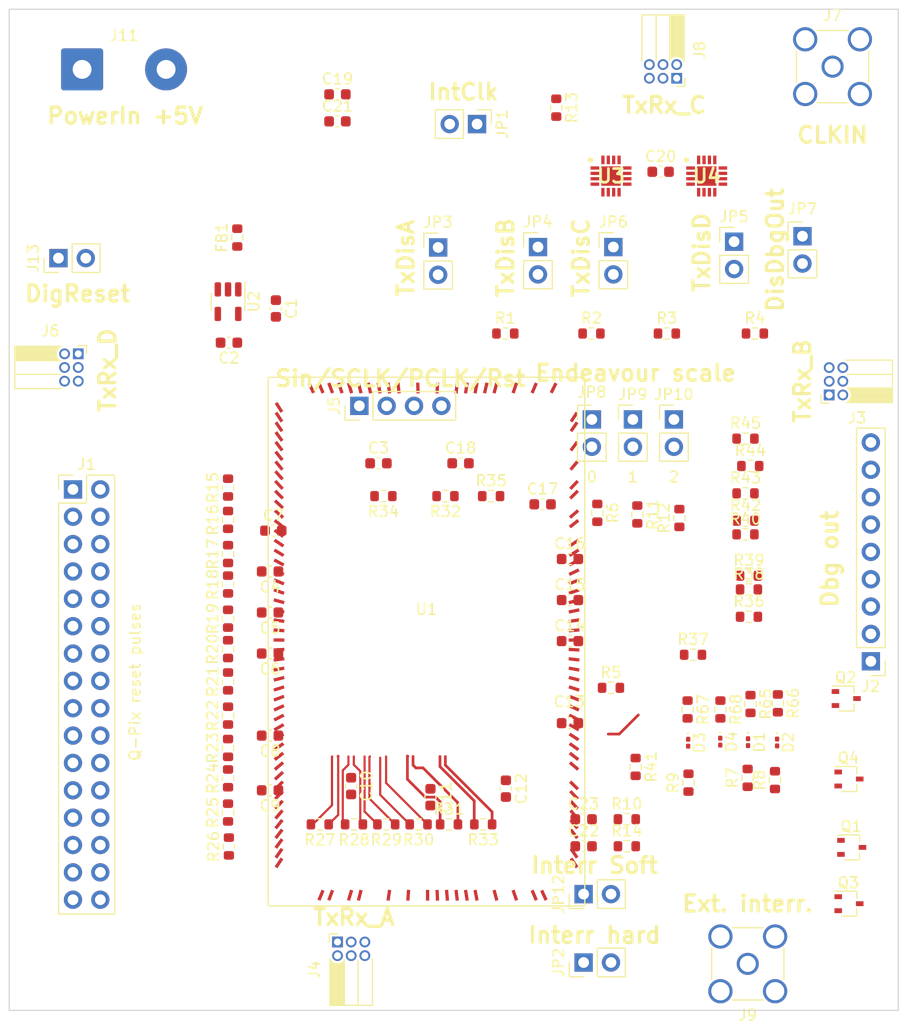
<source format=kicad_pcb>
(kicad_pcb (version 20211014) (generator pcbnew)
  (layers (0 "F.Cu" signal) (31 "B.Cu" signal) (34 "B.Paste" user) (35 "F.Paste" user) (36 "B.SilkS" user "B.Silkscreen") (37 "F.SilkS" user "F.Silkscreen") (38 "B.Mask" user) (39 "F.Mask" user) (44 "Edge.Cuts" user))
  (net 0 "")
  (net 1 "+5V")
  (net 2 "GND")
  (net 3 "VDD")
  (net 4 "Net-(C2-Pad2)")
  (net 5 "Net-(D1-Pad2)")
  (net 6 "Net-(D2-Pad2)")
  (net 7 "Net-(D3-Pad2)")
  (net 8 "Net-(D4-Pad2)")
  (net 9 "Net-(FB1-Pad2)")
  (net 10 "Reset15_N")
  (net 11 "Reset15_P")
  (net 12 "Reset14_N")
  (net 13 "Reset14_P")
  (net 14 "Reset13_N")
  (net 15 "Reset13_P")
  (net 16 "Reset12_N")
  (net 17 "Reset12_P")
  (net 18 "Reset11_N")
  (net 19 "Reset11_P")
  (net 20 "Reset10_N")
  (net 21 "Reset10_P")
  (net 22 "Reset9_N")
  (net 23 "Reset9_P")
  (net 24 "Reset8_N")
  (net 25 "Reset8_P")
  (net 26 "Reset7_N")
  (net 27 "Reset7_P")
  (net 28 "Reset6_N")
  (net 29 "Reset6_P")
  (net 30 "Reset5_N")
  (net 31 "Reset5_P")
  (net 32 "Reset4_N")
  (net 33 "Reset4_P")
  (net 34 "Reset3_N")
  (net 35 "Reset3_P")
  (net 36 "Reset2_N")
  (net 37 "Reset2_P")
  (net 38 "Reset1_N")
  (net 39 "Reset1_P")
  (net 40 "Reset0_P")
  (net 41 "dbgTxBusy")
  (net 42 "dbgRxError")
  (net 43 "dbgRxBusy")
  (net 44 "dbgLocFifoFull")
  (net 45 "dbgFsmState_2")
  (net 46 "dbgFsmState_1")
  (net 47 "dbgDsmState_0")
  (net 48 "dbgExtFifoFull")
  (net 49 "/Sin")
  (net 50 "/SCLK")
  (net 51 "/PCLK")
  (net 52 "extInterHard")
  (net 53 "extInterSoft")
  (net 54 "TxRxDisable_0")
  (net 55 "TxRxDisable_1")
  (net 56 "TxRxDisable_2")
  (net 57 "TxRxDisable_3")
  (net 58 "disableDbgOut")
  (net 59 "EndeavorScale_0")
  (net 60 "EndeavorScale_1")
  (net 61 "EndeavorScale_2")
  (net 62 "dbgClkDiv")
  (net 63 "dbgDataValid")
  (net 64 "dbgRxValid")
  (net 65 "dbgInterr")
  (net 66 "Reset0_N")
  (net 67 "/SR_reset")
  (net 68 "Net-(J13-Pad1)")
  (net 69 "Net-(R36-Pad1)")
  (net 70 "Net-(R37-Pad1)")
  (net 71 "Net-(R38-Pad1)")
  (net 72 "Net-(R39-Pad1)")
  (net 73 "Net-(R40-Pad1)")
  (net 74 "Net-(R41-Pad1)")
  (net 75 "Net-(R42-Pad1)")
  (net 76 "Net-(R43-Pad1)")
  (net 77 "Net-(R44-Pad1)")
  (net 78 "Net-(R45-Pad1)")
  (net 79 "Net-(D1-Pad1)")
  (net 80 "Net-(D2-Pad1)")
  (net 81 "Net-(D3-Pad1)")
  (net 82 "Net-(D4-Pad1)")
  (net 83 "Net-(C2-Pad1)")
  (net 86 "Net-(C21-Pad1)")
  (net 87 "CLKOUTP")
  (net 88 "CLKOUTN")
  (net 89 "CLKDIGIINP")
  (net 90 "CLKDIGIINN")
  (net 91 "Net-(C22-Pad1)")
  (net 92 "Net-(U3-Pad15)")
  (net 93 "Net-(U3-Pad16)")
  (net 94 "Net-(C23-Pad1)")
  (net 97 "Net-(J9-Pad1)")
  (net 98 "Net-(J7-Pad1)")
  (net 99 "Net-(JP1-Pad1)")
  (net 100 "Net-(R31-Pad1)")
  (net 101 "Net-(R31-Pad2)")
  (net 102 "Net-(U1-Pad53)")
  (net 103 "Net-(U1-Pad54)")
  (net 104 "Net-(R32-Pad1)")
  (net 105 "Net-(U1-Pad106)")
  (net 106 "Net-(U1-Pad107)")
  (net 107 "Net-(R32-Pad2)")
  (net 108 "Net-(R33-Pad2)")
  (net 109 "Net-(U1-Pad62)")
  (net 110 "Net-(U1-Pad61)")
  (net 111 "Net-(R33-Pad1)")
  (net 112 "Net-(R35-Pad2)")
  (net 113 "Net-(U1-Pad101)")
  (net 114 "Net-(U1-Pad102)")
  (net 115 "Net-(R35-Pad1)")
  (footprint "Resistor_SMD:R_0603_1608Metric" (layer "F.Cu") (at 164.065 91.69)
    (fp_text reference "R44")
    (fp_text value "22")
  )
  (footprint "Resistor_SMD:R_0603_1608Metric" (layer "F.Cu") (at 152.6 127)
    (fp_text reference "R14")
    (fp_text value "R_Small_US")
  )
  (footprint "Capacitor_SMD:C_0603_1608Metric" (layer "F.Cu") (at 119.471 105.295 180)
    (fp_text reference "C5")
    (fp_text value "C")
  )
  (footprint "Resistor_SMD:R_0603_1608Metric" (layer "F.Cu") (at 115.648 127.023 90)
    (fp_text reference "R26")
    (fp_text value "100")
  )
  (footprint "Connector_PinHeader_2.54mm:PinHeader_1x02_P2.54mm_Vertical" (layer "F.Cu") (at 135.08 71.395)
    (fp_text reference "JP3")
    (fp_text value " ")
  )
  (footprint "Connector_PinHeader_2.54mm:PinHeader_1x02_P2.54mm_Vertical" (layer "F.Cu") (at 162.56 70.861)
    (fp_text reference "JP5")
    (fp_text value " ")
  )
  (footprint "Connector_PinHeader_2.54mm:PinHeader_1x09_P2.54mm_Vertical" (layer "F.Cu") (at 175.26 109.825 180)
    (fp_text reference "J2")
    (fp_text value "Conn_01x09")
  )
  (footprint "Capacitor_SMD:C_0603_1608Metric" (layer "F.Cu") (at 147.32 100.33)
    (fp_text reference "C16")
    (fp_text value "C")
  )
  (footprint "Connector_Coaxial:SMA_Amphenol_901-144_Vertical" (layer "F.Cu") (at 163.83 137.922 180)
    (fp_text reference "J9")
    (fp_text value "Conn_Coaxial_Power")
  )
  (footprint "qpix-digi-pcb:qpix_digi_footprint" (layer "F.Cu") (at 134 108)
    (fp_text reference "U1")
    (fp_text value "qpix_digital")
  )
  (footprint "Capacitor_SMD:C_0603_1608Metric" (layer "F.Cu") (at 119.471 101.485 180)
    (fp_text reference "C4")
    (fp_text value "C")
  )
  (footprint "Capacitor_SMD:C_0603_1608Metric" (layer "F.Cu") (at 144.78 95.25)
    (fp_text reference "C17")
    (fp_text value "C")
  )
  (footprint "Capacitor_SMD:C_0603_1608Metric" (layer "F.Cu") (at 141.37 121.654 -90)
    (fp_text reference "C12")
    (fp_text value "C")
  )
  (footprint "Resistor_SMD:R_0603_1608Metric" (layer "F.Cu") (at 163.62 94.23)
    (fp_text reference "R43")
    (fp_text value "22")
  )
  (footprint "Resistor_SMD:R_0603_1608Metric" (layer "F.Cu") (at 115.57 96.695 90)
    (fp_text reference "R16")
    (fp_text value "100")
  )
  (footprint "Capacitor_SMD:C_0603_1608Metric" (layer "F.Cu") (at 129.54 91.44)
    (fp_text reference "C3")
    (fp_text value "C")
  )
  (footprint "Connector_PinHeader_2.54mm:PinHeader_1x02_P2.54mm_Vertical" (layer "F.Cu") (at 153.162 87.371)
    (fp_text reference "JP9")
    (fp_text value " ")
  )
  (footprint "Resistor_SMD:R_0603_1608Metric" (layer "F.Cu") (at 139.265 124.968 180)
    (fp_text reference "R33")
    (fp_text value "100")
  )
  (footprint "Resistor_SMD:R_0603_1608Metric" (layer "F.Cu") (at 163.62 89.15)
    (fp_text reference "R45")
    (fp_text value "22")
  )
  (footprint "Capacitor_SMD:C_0603_1608Metric" (layer "F.Cu") (at 137.16 91.44)
    (fp_text reference "C18")
    (fp_text value "C")
  )
  (footprint "Capacitor_SMD:C_0603_1608Metric" (layer "F.Cu") (at 148.59 124.49)
    (fp_text reference "C23")
    (fp_text value "C")
  )
  (footprint "Package_TO_SOT_SMD:SOT-323_SC-70" (layer "F.Cu") (at 173.228 120.756)
    (fp_text reference "Q4")
    (fp_text value "Q_NMOS_GSD")
  )
  (footprint "Resistor_SMD:R_0603_1608Metric" (layer "F.Cu") (at 166.3575 120.857742 90)
    (fp_text reference "R8")
    (fp_text value "R_US")
  )
  (footprint "Resistor_SMD:R_0603_1608Metric" (layer "F.Cu") (at 141.32 79.39)
    (fp_text reference "R1")
    (fp_text value "R_US")
  )
  (footprint "Connector_PinHeader_2.54mm:PinHeader_1x02_P2.54mm_Vertical" (layer "F.Cu") (at 151.35 71.36)
    (fp_text reference "JP6")
    (fp_text value " ")
  )
  (footprint "Resistor_SMD:R_0603_1608Metric" (layer "F.Cu") (at 115.57 108.695 90)
    (fp_text reference "R20")
    (fp_text value "100")
  )
  (footprint "Capacitor_SMD:C_0603_1608Metric" (layer "F.Cu") (at 155.74 64.37)
    (fp_text reference "C20")
    (fp_text value "C")
  )
  (footprint "Capacitor_SMD:C_0603_1608Metric" (layer "F.Cu") (at 127 121.412 -90)
    (fp_text reference "C10")
    (fp_text value "C")
  )
  (footprint "Resistor_SMD:R_0603_1608Metric" (layer "F.Cu") (at 115.57 111.695 90)
    (fp_text reference "R21")
    (fp_text value "100")
  )
  (footprint "Resistor_SMD:R_0603_1608Metric" (layer "F.Cu") (at 163.940968 101.88)
    (fp_text reference "R39")
    (fp_text value "22")
  )
  (footprint "9DMV0141AKILF:QFN50P300X300X100-17N" (layer "F.Cu") (at 160.02 64.77)
    (fp_text reference "U4")
    (fp_text value "DS90C401M_NOPB" hide)
  )
  (footprint "Resistor_SMD:R_0603_1608Metric" (layer "F.Cu") (at 136.09 124.968)
    (fp_text reference "R31")
    (fp_text value "100")
  )
  (footprint "Capacitor_SMD:C_0603_1608Metric" (layer "F.Cu") (at 120.015 77.066 -90)
    (fp_text reference "C1")
    (fp_text value "C")
  )
  (footprint "Resistor_SMD:R_0603_1608Metric" (layer "F.Cu") (at 157.48 96.52 90)
    (fp_text reference "R12")
    (fp_text value "R_US")
  )
  (footprint "Connector_PinHeader_2.54mm:PinHeader_1x02_P2.54mm_Vertical" (layer "F.Cu") (at 148.59 131.445 90)
    (fp_text reference "JP12")
    (fp_text value " ")
  )
  (footprint "Resistor_SMD:R_0603_1608Metric" (layer "F.Cu") (at 115.57 117.87 90)
    (fp_text reference "R23")
    (fp_text value "100")
  )
  (footprint "Resistor_SMD:R_0603_1608Metric" (layer "F.Cu") (at 164.495 79.39)
    (fp_text reference "R4")
    (fp_text value "R_US")
  )
  (footprint "Resistor_SMD:R_0603_1608Metric" (layer "F.Cu") (at 115.57 120.695 90)
    (fp_text reference "R24")
    (fp_text value "100")
  )
  (footprint "Connector_PinSocket_1.27mm:PinSocket_2x03_P1.27mm_Horizontal" (layer "F.Cu") (at 125.735 135.89 90)
    (fp_text reference "J4")
    (fp_text value "Conn_02x03")
  )
  (footprint "Connector_Coaxial:SMA_Amphenol_901-144_Vertical" (layer "F.Cu") (at 171.704 54.61)
    (fp_text reference "J7")
    (fp_text value "Conn_Coaxial")
  )
  (footprint "Connector_PinHeader_2.54mm:PinHeader_1x04_P2.54mm_Vertical" (layer "F.Cu") (at 127.762 86.106 90)
    (fp_text reference "J5")
    (fp_text value "SPI")
  )
  (footprint "Resistor_SMD:R_0603_1608Metric" (layer "F.Cu") (at 163.8175 120.65 90)
    (fp_text reference "R7")
    (fp_text value "R_US")
  )
  (footprint "Resistor_SMD:R_0603_1608Metric" (layer "F.Cu") (at 163.940968 105.69)
    (fp_text reference "R36")
    (fp_text value "22")
  )
  (footprint "Resistor_SMD:R_0603_1608Metric" (layer "F.Cu") (at 149.86 96.040968 -90)
    (fp_text reference "R6")
    (fp_text value " ")
  )
  (footprint "Resistor_SMD:R_0603_1608Metric" (layer "F.Cu") (at 133.265 124.968 180)
    (fp_text reference "R30")
    (fp_text value "100")
  )
  (footprint "Connector_PinHeader_2.54mm:PinHeader_1x02_P2.54mm_Vertical" (layer "F.Cu") (at 148.59 137.795 90)
    (fp_text reference "JP2")
    (fp_text value " ")
  )
  (footprint "LED_SMD:LED_0201_0603Metric" (layer "F.Cu") (at 163.8575 117.335 -90)
    (fp_text reference "D1")
    (fp_text value "LED")
  )
  (footprint "Connector_PinSocket_1.27mm:PinSocket_2x03_P1.27mm_Horizontal" (layer "F.Cu") (at 171.39 85.095 180)
    (fp_text reference "J3")
    (fp_text value "Conn_02x03")
  )
  (footprint "LED_SMD:LED_0201_0603Metric" (layer "F.Cu") (at 158.2975 117.385 -90)
    (fp_text reference "D3")
    (fp_text value "LED")
  )
  (footprint "Connector_PinHeader_2.54mm:PinHeader_1x02_P2.54mm_Vertical" (layer "F.Cu") (at 168.91 70.353)
    (fp_text reference "JP7")
    (fp_text value " ")
  )
  (footprint "Resistor_SMD:R_0603_1608Metric" (layer "F.Cu") (at 127.265 124.968 180)
    (fp_text reference "R28")
    (fp_text value "100")
  )
  (footprint "Capacitor_SMD:C_0603_1608Metric" (layer "F.Cu") (at 119.471 116.725 180)
    (fp_text reference "C8")
    (fp_text value "C")
  )
  (footprint "9DMV0141AKILF:QFN50P300X300X100-17N" (layer "F.Cu") (at 151.13 64.77)
    (fp_text reference "U3")
    (fp_text value "9DMV0141AKILF" hide)
  )
  (footprint "Resistor_SMD:R_0603_1608Metric" (layer "F.Cu") (at 151.13 112.285)
    (fp_text reference "R5")
    (fp_text value "R_US")
  )
  (footprint "Connector_PinHeader_2.54mm:PinHeader_1x02_P2.54mm_Vertical" (layer "F.Cu") (at 99.822 72.39 90)
    (fp_text reference "J13")
    (fp_text value "DigReset")
  )
  (footprint "Resistor_SMD:R_0603_1608Metric" (layer "F.Cu") (at 115.57 99.87 90)
    (fp_text reference "R17")
    (fp_text value "100")
  )
  (footprint "Resistor_SMD:R_0603_1608Metric" (layer "F.Cu") (at 146.05 58.42 -90)
    (fp_text reference "R13")
    (fp_text value "R_Small_US")
  )
  (footprint "Connector_PinHeader_2.54mm:PinHeader_1x02_P2.54mm_Vertical" (layer "F.Cu") (at 156.972 87.371)
    (fp_text reference "JP10")
    (fp_text value " ")
  )
  (footprint "Resistor_SMD:R_0603_1608Metric" (layer "F.Cu") (at 135.762742 94.488 180)
    (fp_text reference "R32")
    (fp_text value "100")
  )
  (footprint "Package_TO_SOT_SMD:SOT-323_SC-70" (layer "F.Cu") (at 172.974 113.284)
    (fp_text reference "Q2")
    (fp_text value "Q_NMOS_GSD")
  )
  (footprint "Resistor_SMD:R_0603_1608Metric" (layer "F.Cu") (at 163.62 98.04)
    (fp_text reference "R40")
    (fp_text value "22")
  )
  (footprint "Resistor_SMD:R_0603_1608Metric" (layer "F.Cu") (at 161.29 114.3 -90)
    (fp_text reference "R68")
    (fp_text value "220")
  )
  (footprint "Resistor_SMD:R_0603_1608Metric" (layer "F.Cu") (at 130 94.488 180)
    (fp_text reference "R34")
    (fp_text value "R_Small_US")
  )
  (footprint "Resistor_SMD:R_0603_1608Metric" (layer "F.Cu") (at 163.62 96.77)
    (fp_text reference "R42")
    (fp_text value "22")
  )
  (footprint "Resistor_SMD:R_0603_1608Metric" (layer "F.Cu") (at 115.57 123.87 90)
    (fp_text reference "R25")
    (fp_text value "100")
  )
  (footprint "Package_TO_SOT_SMD:SOT-23-5" (layer "F.Cu") (at 115.57 76.431 -90)
    (fp_text reference "U2")
    (fp_text value "TPS73101DBV")
  )
  (footprint "Capacitor_SMD:C_0603_1608Metric" (layer "F.Cu") (at 125.73 57.18)
    (fp_text reference "C19")
    (fp_text value "C")
  )
  (footprint "Capacitor_SMD:C_0603_1608Metric" (layer "F.Cu") (at 147.32 115.57)
    (fp_text reference "C13")
    (fp_text value "C")
  )
  (footprint "Resistor_SMD:R_0603_1608Metric" (layer "F.Cu") (at 115.57 114.87 90)
    (fp_text reference "R22")
    (fp_text value "100")
  )
  (footprint "Connector_PinHeader_2.54mm:PinHeader_2x16_P2.54mm_Vertical" (layer "F.Cu") (at 101.17 93.865)
    (fp_text reference "J1")
    (fp_text value "Conn_01x32")
  )
  (footprint "Connector_PinSocket_1.27mm:PinSocket_2x03_P1.27mm_Horizontal" (layer "F.Cu") (at 157.231 55.686 -90)
    (fp_text reference "J8")
    (fp_text value "Conn_02x03")
  )
  (footprint "Connector_PinHeader_2.54mm:PinHeader_1x02_P2.54mm_Vertical" (layer "F.Cu") (at 144.35 71.36)
    (fp_text reference "JP4")
    (fp_text value " ")
  )
  (footprint "Capacitor_SMD:C_0603_1608Metric" (layer "F.Cu") (at 148.59 127)
    (fp_text reference "C22")
    (fp_text value "C")
  )
  (footprint "Capacitor_SMD:C_0603_1608Metric" (layer "F.Cu") (at 115.655 80.241 180)
    (fp_text reference "C2")
    (fp_text value "C")
  )
  (footprint "Resistor_SMD:R_0603_1608Metric" (layer "F.Cu") (at 130.265 124.968 180)
    (fp_text reference "R29")
    (fp_text value "100")
  )
  (footprint "LED_SMD:LED_0201_0603Metric" (layer "F.Cu") (at 161.2775 117.285 -90)
    (fp_text reference "D4")
    (fp_text value "LED")
  )
  (footprint "Resistor_SMD:R_0603_1608Metric" (layer "F.Cu") (at 115.57 93.695 90)
    (fp_text reference "R15")
    (fp_text value "100")
  )
  (footprint "Capacitor_SMD:C_0603_1608Metric" (layer "F.Cu") (at 119.776 97.695)
    (fp_text reference "C7")
    (fp_text value "C")
  )
  (footprint "Resistor_SMD:R_0603_1608Metric" (layer "F.Cu") (at 164.084 113.792 -90)
    (fp_text reference "R65")
    (fp_text value "220")
  )
  (footprint "Connector_Wire:SolderWire-1sqmm_1x02_P7.8mm_D1.4mm_OD3.9mm" (layer "F.Cu") (at 102.018 54.864)
    (fp_text reference "J11")
    (fp_text value "Conn_Coaxial_Power")
  )
  (footprint "Resistor_SMD:R_0603_1608Metric" (layer "F.Cu") (at 158.75 109.22)
    (fp_text reference "R37")
    (fp_text value "22")
  )
  (footprint "Package_TO_SOT_SMD:SOT-323_SC-70" (layer "F.Cu") (at 173.228 132.334)
    (fp_text reference "Q3")
    (fp_text value "Q_NMOS_GSD")
  )
  (footprint "Capacitor_SMD:C_0603_1608Metric" (layer "F.Cu") (at 119.471 121.805 180)
    (fp_text reference "C9")
    (fp_text value "C")
  )
  (footprint "LED_SMD:LED_0201_0603Metric" (layer "F.Cu") (at 166.5575 117.365 -90)
    (fp_text reference "D2")
    (fp_text value "LED")
  )
  (footprint "Connector_PinSocket_1.27mm:PinSocket_2x03_P1.27mm_Horizontal" (layer "F.Cu") (at 101.66 81.275)
    (fp_text reference "J6")
    (fp_text value "Conn_02x03")
  )
  (footprint "Resistor_SMD:R_0603_1608Metric" (layer "F.Cu") (at 149.32 79.39)
    (fp_text reference "R2")
    (fp_text value "R_US")
  )
  (footprint "Resistor_SMD:R_0603_1608Metric" (layer "F.Cu") (at 153.575 96.19 -90)
    (fp_text reference "R11")
    (fp_text value "R_US")
  )
  (footprint "Capacitor_SMD:C_0603_1608Metric" (layer "F.Cu") (at 119.471 109.105 180)
    (fp_text reference "C6")
    (fp_text value "C")
  )
  (footprint "Connector_PinHeader_2.54mm:PinHeader_1x02_P2.54mm_Vertical" (layer "F.Cu") (at 149.352 87.371)
    (fp_text reference "JP8")
    (fp_text value " ")
  )
  (footprint "Resistor_SMD:R_0603_1608Metric" (layer "F.Cu") (at 116.4275 70.481 90)
    (fp_text reference "FB1")
    (fp_text value "FerriteBead")
  )
  (footprint "Resistor_SMD:R_0603_1608Metric" (layer "F.Cu") (at 152.6 124.49)
    (fp_text reference "R10")
    (fp_text value "R_Small_US")
  )
  (footprint "Capacitor_SMD:C_0603_1608Metric" (layer "F.Cu") (at 147.32 104.14)
    (fp_text reference "C15")
    (fp_text value "C")
  )
  (footprint "Resistor_SMD:R_0603_1608Metric" (layer "F.Cu") (at 158.325 121.095 90)
    (fp_text reference "R9")
    (fp_text value "1")
  )
  (footprint "Package_TO_SOT_SMD:SOT-323_SC-70" (layer "F.Cu") (at 173.482 127.106)
    (fp_text reference "Q1")
    (fp_text value "Q_NMOS_GSD")
  )
  (footprint "Resistor_SMD:R_0603_1608Metric" (layer "F.Cu") (at 115.57 105.87 90)
    (fp_text reference "R19")
    (fp_text value "100")
  )
  (footprint "Capacitor_SMD:C_0603_1608Metric" (layer "F.Cu") (at 147.32 107.95)
    (fp_text reference "C14")
    (fp_text value "C")
  )
  (footprint "Resistor_SMD:R_0603_1608Metric" (layer "F.Cu") (at 115.57 102.695 90)
    (fp_text reference "R18")
    (fp_text value "100")
  )
  (footprint "Resistor_SMD:R_0603_1608Metric" (layer "F.Cu") (at 153.416 119.634 -90)
    (fp_text reference "R41")
    (fp_text value "22")
  )
  (footprint "Connector_PinHeader_2.54mm:PinHeader_1x02_P2.54mm_Vertical" (layer "F.Cu") (at 138.694 59.944 -90)
    (fp_text reference "JP1")
    (fp_text value "Jumper_2_Open")
  )
  (footprint "Resistor_SMD:R_0603_1608Metric" (layer "F.Cu") (at 166.624 113.729 -90)
    (fp_text reference "R66")
    (fp_text value "220")
  )
  (footprint "Resistor_SMD:R_0603_1608Metric" (layer "F.Cu") (at 124.09 124.968 180)
    (fp_text reference "R27")
    (fp_text value "100")
  )
  (footprint "Resistor_SMD:R_0603_1608Metric" (layer "F.Cu") (at 158.242 114.3 -90)
    (fp_text reference "R67")
    (fp_text value "220")
  )
  (footprint "Resistor_SMD:R_0603_1608Metric" (layer "F.Cu") (at 156.32 79.39)
    (fp_text reference "R3")
    (fp_text value "R_US")
  )
  (footprint "Resistor_SMD:R_0603_1608Metric" (layer "F.Cu") (at 163.940968 103.15)
    (fp_text reference "R38")
    (fp_text value "22")
  )
  (footprint "Capacitor_SMD:C_0603_1608Metric" (layer "F.Cu") (at 125.73 59.69)
    (fp_text reference "C21")
    (fp_text value "C")
  )
  (footprint "Capacitor_SMD:C_0603_1608Metric" (layer "F.Cu") (at 134.366 122.441 -90)
    (fp_text reference "C11")
    (fp_text value "C")
  )
  (footprint "Resistor_SMD:R_0603_1608Metric" (layer "F.Cu") (at 140 94.488)
    (fp_text reference "R35")
    (fp_text value "100")
  )
  (gr_line (start 177.8 49.276) (end 177.8 142.24) (layer "Edge.Cuts") (width 0.1))
  (gr_line (start 177.8 142.24) (end 95.25 142.24) (layer "Edge.Cuts") (width 0.1))
  (gr_line (start 95.25 49.276) (end 177.8 49.276) (layer "Edge.Cuts") (width 0.1))
  (gr_line (start 95.25 142.24) (end 95.25 49.276) (layer "Edge.Cuts") (width 0.1))
  (gr_text "Dbg out" (at 171.45 100.33 90) (layer "F.SilkS") (effects (font (size 1.5 1.5) (thickness 0.3))))
  (gr_text "Ext. interr." (at 163.83 132.334) (layer "F.SilkS") (effects (font (size 1.5 1.5) (thickness 0.3))))
  (gr_text "TxRx_B" (at 168.91 83.82 90) (layer "F.SilkS") (effects (font (size 1.5 1.5) (thickness 0.3))))
  (gr_text "TxDisB\n" (at 141.35 72.36 90) (layer "F.SilkS") (effects (font (size 1.5 1.5) (thickness 0.3))))
  (gr_text "TxRx_D" (at 104.394 82.804 90) (layer "F.SilkS") (effects (font (size 1.5 1.5) (thickness 0.3))))
  (gr_text "TxRx_A" (at 127.254 133.604) (layer "F.SilkS") (effects (font (size 1.5 1.5) (thickness 0.3))))
  (gr_text "Endeavour scale" (at 153.416 83.053) (layer "F.SilkS") (effects (font (size 1.5 1.5) (thickness 0.3))))
  (gr_text "Interr Soft" (at 149.606 128.778) (layer "F.SilkS") (effects (font (size 1.5 1.5) (thickness 0.3))))
  (gr_text "TxDisA" (at 132.08 72.395 90) (layer "F.SilkS") (effects (font (size 1.5 1.5) (thickness 0.3))))
  (gr_text "Q-Pix reset pulses" (at 106.934 111.76 90) (layer "F.SilkS") (effects (font (size 1 1))))
  (gr_text "CLKIN\n" (at 171.704 60.96) (layer "F.SilkS") (effects (font (size 1.5 1.5) (thickness 0.3))))
  (gr_text "IntClk" (at 137.419 56.96) (layer "F.SilkS") (effects (font (size 1.5 1.5) (thickness 0.3))))
  (gr_text "0" (at 149.352 92.71) (layer "F.SilkS") (effects (font (size 1 1))))
  (gr_text "PowerIn +5V" (at 106.008 59.182) (layer "F.SilkS") (effects (font (size 1.5 1.5) (thickness 0.3))))
  (gr_text "DisDbgOut" (at 166.37 71.623 90) (layer "F.SilkS") (effects (font (size 1.5 1.5) (thickness 0.3))))
  (gr_text "Interr hard" (at 149.606 135.255) (layer "F.SilkS") (effects (font (size 1.5 1.5) (thickness 0.3))))
  (gr_text "DigReset" (at 101.6 75.692) (layer "F.SilkS") (effects (font (size 1.5 1.5) (thickness 0.3))))
  (gr_text "Sin/SCLK/PCLK/Rst" (at 131.572 83.566) (layer "F.SilkS") (effects (font (size 1.5 1.5) (thickness 0.3))))
  (gr_text "TxRx_C" (at 156.049 58.182897) (layer "F.SilkS") (effects (font (size 1.5 1.5) (thickness 0.3))))
  (gr_text "TxDisC" (at 148.35 72.36 90) (layer "F.SilkS") (effects (font (size 1.5 1.5) (thickness 0.3))))
  (gr_text "TxDisD" (at 159.56 71.861 90) (layer "F.SilkS") (effects (font (size 1.5 1.5) (thickness 0.3))))
  (gr_text "1" (at 153.162 92.71) (layer "F.SilkS") (effects (font (size 1 1))))
  (gr_text "2" (at 156.972 92.71) (layer "F.SilkS") (effects (font (size 1 1))))
  (segment (start 150.876 116.586) (end 151.892 116.586) (width 0.25) (layer "F.Cu") (net 0))
  (segment (start 151.892 116.586) (end 153.67 114.808) (width 0.25) (layer "F.Cu") (net 0))
  (segment (start 114.554 75.2275) (end 114.62 75.2935) (width 0.4) (layer "F.Cu") (net 1))
  (segment (start 116.4275 75.201) (end 116.52 75.2935) (width 0.4) (layer "F.Cu") (net 1))
  (segment (start 114.62 79.981) (end 114.88 80.241) (width 0.4) (layer "F.Cu") (net 4))
  (segment (start 116.525 69.5585) (end 116.4275 69.656) (width 0.4) (layer "F.Cu") (net 9))
  (segment (start 125.8 118.618) (end 125.7945 118.618) (width 0.2) (layer "F.Cu") (net 34))
  (segment (start 124.915 124.968) (end 125.8 124.083) (width 0.2) (layer "F.Cu") (net 34))
  (segment (start 125.8 124.083) (end 125.8 118.618) (width 0.2) (layer "F.Cu") (net 34))
  (segment (start 125.7945 118.618) (end 125.75 118.6625) (width 0.2) (layer "F.Cu") (net 34))
  (segment (start 123.265 124.968) (end 123.444 124.968) (width 0.2) (layer "F.Cu") (net 35))
  (segment (start 125.222 123.19) (end 125.222 118.6905) (width 0.2) (layer "F.Cu") (net 35))
  (segment (start 123.444 124.968) (end 125.222 123.19) (width 0.2) (layer "F.Cu") (net 35))
  (segment (start 125.222 118.6905) (end 125.25 118.6625) (width 0.2) (layer "F.Cu") (net 35))
  (segment (start 127.25 119.43033) (end 127.25 118.6625) (width 0.2) (layer "F.Cu") (net 36))
  (segment (start 127.85 120.03033) (end 127.25 119.43033) (width 0.2) (layer "F.Cu") (net 36))
  (segment (start 128.09 124.968) (end 127.85 124.728) (width 0.2) (layer "F.Cu") (net 36))
  (segment (start 127.85 124.728) (end 127.85 120.03033) (width 0.2) (layer "F.Cu") (net 36))
  (segment (start 126.75 119.43033) (end 126.75 118.6625) (width 0.2) (layer "F.Cu") (net 37))
  (segment (start 126.44 124.968) (end 126.225 124.753) (width 0.2) (layer "F.Cu") (net 37))
  (segment (start 126.225 119.95533) (end 126.75 119.43033) (width 0.2) (layer "F.Cu") (net 37))
  (segment (start 126.225 124.753) (end 126.225 119.95533) (width 0.2) (layer "F.Cu") (net 37))
  (segment (start 128.7 122.578) (end 128.7 118.7125) (width 0.2) (layer "F.Cu") (net 38))
  (segment (start 128.7 118.7125) (end 128.75 118.6625) (width 0.2) (layer "F.Cu") (net 38))
  (segment (start 131.09 124.968) (end 128.7 122.578) (width 0.2) (layer "F.Cu") (net 38))
  (segment (start 129.44 124.968) (end 128.25 123.778) (width 0.2) (layer "F.Cu") (net 39))
  (segment (start 128.25 123.778) (end 128.25 118.6625) (width 0.2) (layer "F.Cu") (net 39))
  (segment (start 129.7 122.228) (end 129.7 118.778) (width 0.2) (layer "F.Cu") (net 40))
  (segment (start 132.44 124.968) (end 129.7 122.228) (width 0.2) (layer "F.Cu") (net 40))
  (segment (start 164.769968 101.884) (end 164.765968 101.88) (width 0.25) (layer "F.Cu") (net 43))
  (segment (start 130.25 121.128) (end 130.25 118.6625) (width 0.2) (layer "F.Cu") (net 66))
  (segment (start 134.09 124.968) (end 130.25 121.128) (width 0.2) (layer "F.Cu") (net 66))
  (segment (start 116.52 80.151) (end 116.43 80.241) (width 0.4) (layer "F.Cu") (net 83))
  (segment (start 135.265 122.862183) (end 134.843817 122.441) (width 0.25) (layer "F.Cu") (net 100))
  (segment (start 135.265 124.968) (end 135.265 122.862183) (width 0.25) (layer "F.Cu") (net 100))
  (segment (start 132.25 118.643) (end 132.25 118.6625) (width 0.25) (layer "F.Cu") (net 100))
  (segment (start 133.888183 122.441) (end 132.225 120.777817) (width 0.25) (layer "F.Cu") (net 100))
  (segment (start 132.225 118.618) (end 132.25 118.643) (width 0.25) (layer "F.Cu") (net 100))
  (segment (start 134.843817 122.441) (end 133.888183 122.441) (width 0.25) (layer "F.Cu") (net 100))
  (segment (start 132.225 120.777817) (end 132.225 118.618) (width 0.25) (layer "F.Cu") (net 100))
  (segment (start 136.915 124.968) (end 136.915 122.962183) (width 0.25) (layer "F.Cu") (net 101))
  (segment (start 136.915 122.962183) (end 133.677817 119.725) (width 0.25) (layer "F.Cu") (net 101))
  (segment (start 132.75 119.465685) (end 132.75 118.6625) (width 0.25) (layer "F.Cu") (net 101))
  (segment (start 133.677817 119.725) (end 133.009315 119.725) (width 0.25) (layer "F.Cu") (net 101))
  (segment (start 133.009315 119.725) (end 132.75 119.465685) (width 0.25) (layer "F.Cu") (net 101))
  (segment (start 138.43 122.782081) (end 135.25 119.602081) (width 0.25) (layer "F.Cu") (net 108))
  (segment (start 135.25 119.602081) (end 135.25 118.6625) (width 0.25) (layer "F.Cu") (net 108))
  (segment (start 138.44 124.968) (end 138.43 124.958) (width 0.25) (layer "F.Cu") (net 108))
  (segment (start 138.43 124.958) (end 138.43 122.782081) (width 0.25) (layer "F.Cu") (net 108))
  (segment (start 140.09 124.968) (end 140.09 123.805685) (width 0.25) (layer "F.Cu") (net 111))
  (segment (start 140.09 123.805685) (end 135.75 119.465685) (width 0.25) (layer "F.Cu") (net 111))
  (segment (start 135.75 119.465685) (end 135.75 118.6625) (width 0.25) (layer "F.Cu") (net 111))
)
</source>
